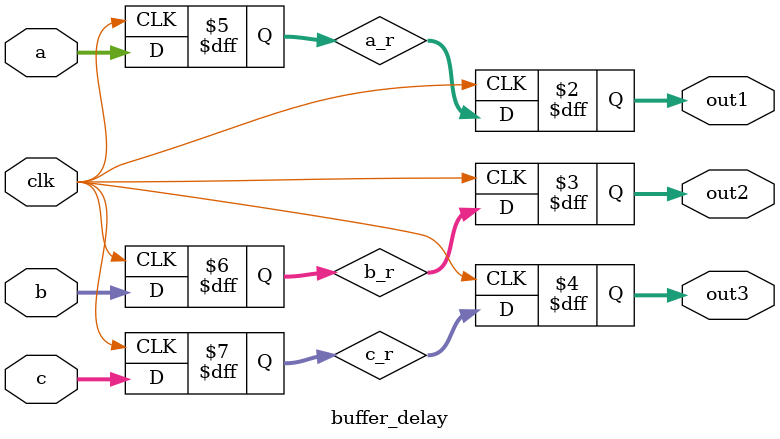
<source format=v>
module buffer_delay(
	
	input clk,
	input [3:0] a, input [3:0] b, input [3:0] c,
	output reg [3:0] out1, output reg [3:0] out2, output reg [3:0] out3
	
);

	reg [3:0] a_r, b_r, c_r;

	always @ (posedge clk) begin
		a_r <= a;
		b_r <= b;
		c_r <= c;
		
		out1 <= a_r;
		out2 <= b_r;
		out3 <= c_r;
	end

endmodule 
</source>
